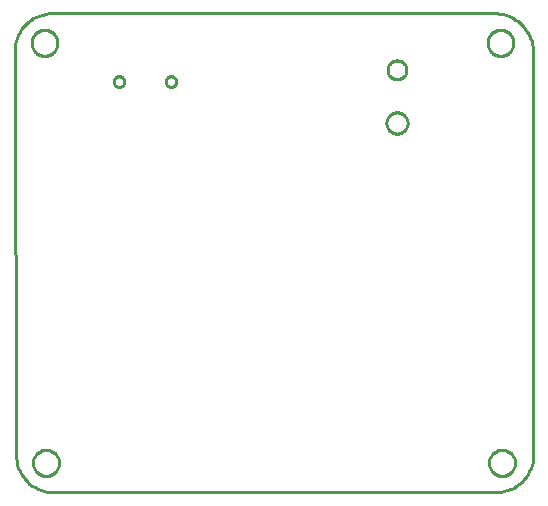
<source format=gbr>
G04 EAGLE Gerber RS-274X export*
G75*
%MOMM*%
%FSLAX34Y34*%
%LPD*%
%IN*%
%IPPOS*%
%AMOC8*
5,1,8,0,0,1.08239X$1,22.5*%
G01*
%ADD10C,0.254000*%


D10*
X-1220Y374270D02*
X50Y32130D01*
X171Y29363D01*
X532Y26617D01*
X1132Y23913D01*
X1965Y21271D01*
X3025Y18712D01*
X4304Y16255D01*
X5792Y13919D01*
X7478Y11722D01*
X9349Y9679D01*
X11392Y7808D01*
X13589Y6122D01*
X15925Y4634D01*
X18382Y3355D01*
X20941Y2295D01*
X23583Y1462D01*
X26287Y862D01*
X29033Y501D01*
X31800Y380D01*
X404980Y380D01*
X407805Y448D01*
X410613Y762D01*
X413383Y1319D01*
X416095Y2116D01*
X418726Y3146D01*
X421258Y4401D01*
X423670Y5873D01*
X425945Y7548D01*
X428066Y9416D01*
X430015Y11462D01*
X431779Y13670D01*
X433344Y16023D01*
X434697Y18503D01*
X435830Y21092D01*
X436732Y23770D01*
X437398Y26516D01*
X437821Y29310D01*
X438000Y32130D01*
X438000Y374270D01*
X437764Y377143D01*
X437278Y379985D01*
X436546Y382773D01*
X435574Y385487D01*
X434370Y388106D01*
X432941Y390610D01*
X431300Y392980D01*
X429458Y395198D01*
X427431Y397247D01*
X425232Y399111D01*
X422879Y400777D01*
X420390Y402231D01*
X417784Y403463D01*
X415080Y404463D01*
X412299Y405224D01*
X409463Y405739D01*
X406593Y406005D01*
X403710Y406020D01*
X30530Y406020D01*
X27763Y405899D01*
X25017Y405538D01*
X22313Y404938D01*
X19671Y404105D01*
X17112Y403045D01*
X14655Y401766D01*
X12319Y400278D01*
X10122Y398592D01*
X8079Y396721D01*
X6208Y394679D01*
X4522Y392481D01*
X3034Y390145D01*
X1755Y387688D01*
X695Y385129D01*
X-138Y382488D01*
X-738Y379783D01*
X-1099Y377037D01*
X-1220Y374270D01*
X36400Y24968D02*
X36332Y24106D01*
X36197Y23252D01*
X35995Y22412D01*
X35728Y21590D01*
X35397Y20791D01*
X35005Y20021D01*
X34553Y19284D01*
X34045Y18585D01*
X33484Y17927D01*
X32873Y17316D01*
X32215Y16755D01*
X31516Y16247D01*
X30779Y15795D01*
X30009Y15403D01*
X29210Y15072D01*
X28388Y14805D01*
X27548Y14603D01*
X26694Y14468D01*
X25832Y14400D01*
X24968Y14400D01*
X24106Y14468D01*
X23252Y14603D01*
X22412Y14805D01*
X21590Y15072D01*
X20791Y15403D01*
X20021Y15795D01*
X19284Y16247D01*
X18585Y16755D01*
X17927Y17316D01*
X17316Y17927D01*
X16755Y18585D01*
X16247Y19284D01*
X15795Y20021D01*
X15403Y20791D01*
X15072Y21590D01*
X14805Y22412D01*
X14603Y23252D01*
X14468Y24106D01*
X14400Y24968D01*
X14400Y25832D01*
X14468Y26694D01*
X14603Y27548D01*
X14805Y28388D01*
X15072Y29210D01*
X15403Y30009D01*
X15795Y30779D01*
X16247Y31516D01*
X16755Y32215D01*
X17316Y32873D01*
X17927Y33484D01*
X18585Y34045D01*
X19284Y34553D01*
X20021Y35005D01*
X20791Y35397D01*
X21590Y35728D01*
X22412Y35995D01*
X23252Y36197D01*
X24106Y36332D01*
X24968Y36400D01*
X25832Y36400D01*
X26694Y36332D01*
X27548Y36197D01*
X28388Y35995D01*
X29210Y35728D01*
X30009Y35397D01*
X30779Y35005D01*
X31516Y34553D01*
X32215Y34045D01*
X32873Y33484D01*
X33484Y32873D01*
X34045Y32215D01*
X34553Y31516D01*
X35005Y30779D01*
X35397Y30009D01*
X35728Y29210D01*
X35995Y28388D01*
X36197Y27548D01*
X36332Y26694D01*
X36400Y25832D01*
X36400Y24968D01*
X422480Y24968D02*
X422412Y24106D01*
X422277Y23252D01*
X422075Y22412D01*
X421808Y21590D01*
X421477Y20791D01*
X421085Y20021D01*
X420633Y19284D01*
X420125Y18585D01*
X419564Y17927D01*
X418953Y17316D01*
X418295Y16755D01*
X417596Y16247D01*
X416859Y15795D01*
X416089Y15403D01*
X415290Y15072D01*
X414468Y14805D01*
X413628Y14603D01*
X412774Y14468D01*
X411912Y14400D01*
X411048Y14400D01*
X410186Y14468D01*
X409332Y14603D01*
X408492Y14805D01*
X407670Y15072D01*
X406871Y15403D01*
X406101Y15795D01*
X405364Y16247D01*
X404665Y16755D01*
X404007Y17316D01*
X403396Y17927D01*
X402835Y18585D01*
X402327Y19284D01*
X401875Y20021D01*
X401483Y20791D01*
X401152Y21590D01*
X400885Y22412D01*
X400683Y23252D01*
X400548Y24106D01*
X400480Y24968D01*
X400480Y25832D01*
X400548Y26694D01*
X400683Y27548D01*
X400885Y28388D01*
X401152Y29210D01*
X401483Y30009D01*
X401875Y30779D01*
X402327Y31516D01*
X402835Y32215D01*
X403396Y32873D01*
X404007Y33484D01*
X404665Y34045D01*
X405364Y34553D01*
X406101Y35005D01*
X406871Y35397D01*
X407670Y35728D01*
X408492Y35995D01*
X409332Y36197D01*
X410186Y36332D01*
X411048Y36400D01*
X411912Y36400D01*
X412774Y36332D01*
X413628Y36197D01*
X414468Y35995D01*
X415290Y35728D01*
X416089Y35397D01*
X416859Y35005D01*
X417596Y34553D01*
X418295Y34045D01*
X418953Y33484D01*
X419564Y32873D01*
X420125Y32215D01*
X420633Y31516D01*
X421085Y30779D01*
X421477Y30009D01*
X421808Y29210D01*
X422075Y28388D01*
X422277Y27548D01*
X422412Y26694D01*
X422480Y25832D01*
X422480Y24968D01*
X35130Y380568D02*
X35062Y379706D01*
X34927Y378852D01*
X34725Y378012D01*
X34458Y377190D01*
X34127Y376391D01*
X33735Y375621D01*
X33283Y374884D01*
X32775Y374185D01*
X32214Y373527D01*
X31603Y372916D01*
X30945Y372355D01*
X30246Y371847D01*
X29509Y371395D01*
X28739Y371003D01*
X27940Y370672D01*
X27118Y370405D01*
X26278Y370203D01*
X25424Y370068D01*
X24562Y370000D01*
X23698Y370000D01*
X22836Y370068D01*
X21982Y370203D01*
X21142Y370405D01*
X20320Y370672D01*
X19521Y371003D01*
X18751Y371395D01*
X18014Y371847D01*
X17315Y372355D01*
X16657Y372916D01*
X16046Y373527D01*
X15485Y374185D01*
X14977Y374884D01*
X14525Y375621D01*
X14133Y376391D01*
X13802Y377190D01*
X13535Y378012D01*
X13333Y378852D01*
X13198Y379706D01*
X13130Y380568D01*
X13130Y381432D01*
X13198Y382294D01*
X13333Y383148D01*
X13535Y383988D01*
X13802Y384810D01*
X14133Y385609D01*
X14525Y386379D01*
X14977Y387116D01*
X15485Y387815D01*
X16046Y388473D01*
X16657Y389084D01*
X17315Y389645D01*
X18014Y390153D01*
X18751Y390605D01*
X19521Y390997D01*
X20320Y391328D01*
X21142Y391595D01*
X21982Y391797D01*
X22836Y391932D01*
X23698Y392000D01*
X24562Y392000D01*
X25424Y391932D01*
X26278Y391797D01*
X27118Y391595D01*
X27940Y391328D01*
X28739Y390997D01*
X29509Y390605D01*
X30246Y390153D01*
X30945Y389645D01*
X31603Y389084D01*
X32214Y388473D01*
X32775Y387815D01*
X33283Y387116D01*
X33735Y386379D01*
X34127Y385609D01*
X34458Y384810D01*
X34725Y383988D01*
X34927Y383148D01*
X35062Y382294D01*
X35130Y381432D01*
X35130Y380568D01*
X421210Y380568D02*
X421142Y379706D01*
X421007Y378852D01*
X420805Y378012D01*
X420538Y377190D01*
X420207Y376391D01*
X419815Y375621D01*
X419363Y374884D01*
X418855Y374185D01*
X418294Y373527D01*
X417683Y372916D01*
X417025Y372355D01*
X416326Y371847D01*
X415589Y371395D01*
X414819Y371003D01*
X414020Y370672D01*
X413198Y370405D01*
X412358Y370203D01*
X411504Y370068D01*
X410642Y370000D01*
X409778Y370000D01*
X408916Y370068D01*
X408062Y370203D01*
X407222Y370405D01*
X406400Y370672D01*
X405601Y371003D01*
X404831Y371395D01*
X404094Y371847D01*
X403395Y372355D01*
X402737Y372916D01*
X402126Y373527D01*
X401565Y374185D01*
X401057Y374884D01*
X400605Y375621D01*
X400213Y376391D01*
X399882Y377190D01*
X399615Y378012D01*
X399413Y378852D01*
X399278Y379706D01*
X399210Y380568D01*
X399210Y381432D01*
X399278Y382294D01*
X399413Y383148D01*
X399615Y383988D01*
X399882Y384810D01*
X400213Y385609D01*
X400605Y386379D01*
X401057Y387116D01*
X401565Y387815D01*
X402126Y388473D01*
X402737Y389084D01*
X403395Y389645D01*
X404094Y390153D01*
X404831Y390605D01*
X405601Y390997D01*
X406400Y391328D01*
X407222Y391595D01*
X408062Y391797D01*
X408916Y391932D01*
X409778Y392000D01*
X410642Y392000D01*
X411504Y391932D01*
X412358Y391797D01*
X413198Y391595D01*
X414020Y391328D01*
X414819Y390997D01*
X415589Y390605D01*
X416326Y390153D01*
X417025Y389645D01*
X417683Y389084D01*
X418294Y388473D01*
X418855Y387815D01*
X419363Y387116D01*
X419815Y386379D01*
X420207Y385609D01*
X420538Y384810D01*
X420805Y383988D01*
X421007Y383148D01*
X421142Y382294D01*
X421210Y381432D01*
X421210Y380568D01*
X126720Y348435D02*
X126797Y349020D01*
X126950Y349590D01*
X127175Y350135D01*
X127470Y350645D01*
X127829Y351113D01*
X128247Y351531D01*
X128715Y351890D01*
X129225Y352185D01*
X129770Y352410D01*
X130340Y352563D01*
X130925Y352640D01*
X131515Y352640D01*
X132100Y352563D01*
X132670Y352410D01*
X133215Y352185D01*
X133725Y351890D01*
X134193Y351531D01*
X134611Y351113D01*
X134970Y350645D01*
X135265Y350135D01*
X135490Y349590D01*
X135643Y349020D01*
X135720Y348435D01*
X135720Y347845D01*
X135643Y347260D01*
X135490Y346690D01*
X135265Y346145D01*
X134970Y345635D01*
X134611Y345167D01*
X134193Y344749D01*
X133725Y344390D01*
X133215Y344095D01*
X132670Y343870D01*
X132100Y343717D01*
X131515Y343640D01*
X130925Y343640D01*
X130340Y343717D01*
X129770Y343870D01*
X129225Y344095D01*
X128715Y344390D01*
X128247Y344749D01*
X127829Y345167D01*
X127470Y345635D01*
X127175Y346145D01*
X126950Y346690D01*
X126797Y347260D01*
X126720Y347845D01*
X126720Y348435D01*
X82720Y348435D02*
X82797Y349020D01*
X82950Y349590D01*
X83175Y350135D01*
X83470Y350645D01*
X83829Y351113D01*
X84247Y351531D01*
X84715Y351890D01*
X85225Y352185D01*
X85770Y352410D01*
X86340Y352563D01*
X86925Y352640D01*
X87515Y352640D01*
X88100Y352563D01*
X88670Y352410D01*
X89215Y352185D01*
X89725Y351890D01*
X90193Y351531D01*
X90611Y351113D01*
X90970Y350645D01*
X91265Y350135D01*
X91490Y349590D01*
X91643Y349020D01*
X91720Y348435D01*
X91720Y347845D01*
X91643Y347260D01*
X91490Y346690D01*
X91265Y346145D01*
X90970Y345635D01*
X90611Y345167D01*
X90193Y344749D01*
X89725Y344390D01*
X89215Y344095D01*
X88670Y343870D01*
X88100Y343717D01*
X87515Y343640D01*
X86925Y343640D01*
X86340Y343717D01*
X85770Y343870D01*
X85225Y344095D01*
X84715Y344390D01*
X84247Y344749D01*
X83829Y345167D01*
X83470Y345635D01*
X83175Y346145D01*
X82950Y346690D01*
X82797Y347260D01*
X82720Y347845D01*
X82720Y348435D01*
X322187Y350140D02*
X321405Y350217D01*
X320634Y350370D01*
X319882Y350599D01*
X319155Y350899D01*
X318462Y351270D01*
X317809Y351707D01*
X317201Y352205D01*
X316645Y352761D01*
X316147Y353369D01*
X315710Y354022D01*
X315339Y354715D01*
X315039Y355442D01*
X314810Y356194D01*
X314657Y356965D01*
X314580Y357747D01*
X314580Y358533D01*
X314657Y359315D01*
X314810Y360086D01*
X315039Y360838D01*
X315339Y361565D01*
X315710Y362258D01*
X316147Y362911D01*
X316645Y363519D01*
X317201Y364075D01*
X317809Y364573D01*
X318462Y365010D01*
X319155Y365381D01*
X319882Y365681D01*
X320634Y365910D01*
X321405Y366063D01*
X322187Y366140D01*
X322973Y366140D01*
X323755Y366063D01*
X324526Y365910D01*
X325278Y365681D01*
X326005Y365381D01*
X326698Y365010D01*
X327351Y364573D01*
X327959Y364075D01*
X328515Y363519D01*
X329013Y362911D01*
X329450Y362258D01*
X329821Y361565D01*
X330121Y360838D01*
X330350Y360086D01*
X330503Y359315D01*
X330580Y358533D01*
X330580Y357747D01*
X330503Y356965D01*
X330350Y356194D01*
X330121Y355442D01*
X329821Y354715D01*
X329450Y354022D01*
X329013Y353369D01*
X328515Y352761D01*
X327959Y352205D01*
X327351Y351707D01*
X326698Y351270D01*
X326005Y350899D01*
X325278Y350599D01*
X324526Y350370D01*
X323755Y350217D01*
X322973Y350140D01*
X322187Y350140D01*
X322187Y304140D02*
X321404Y304209D01*
X320630Y304345D01*
X319871Y304548D01*
X319133Y304817D01*
X318420Y305149D01*
X317740Y305542D01*
X317096Y305993D01*
X316494Y306498D01*
X315938Y307054D01*
X315433Y307656D01*
X314982Y308300D01*
X314589Y308980D01*
X314257Y309693D01*
X313988Y310431D01*
X313785Y311190D01*
X313649Y311964D01*
X313580Y312747D01*
X313580Y313533D01*
X313649Y314316D01*
X313785Y315090D01*
X313988Y315849D01*
X314257Y316587D01*
X314589Y317300D01*
X314982Y317980D01*
X315433Y318624D01*
X315938Y319226D01*
X316494Y319782D01*
X317096Y320287D01*
X317740Y320738D01*
X318420Y321131D01*
X319133Y321463D01*
X319871Y321732D01*
X320630Y321935D01*
X321404Y322072D01*
X322187Y322140D01*
X322973Y322140D01*
X323756Y322072D01*
X324530Y321935D01*
X325289Y321732D01*
X326027Y321463D01*
X326740Y321131D01*
X327420Y320738D01*
X328064Y320287D01*
X328666Y319782D01*
X329222Y319226D01*
X329727Y318624D01*
X330178Y317980D01*
X330571Y317300D01*
X330903Y316587D01*
X331172Y315849D01*
X331375Y315090D01*
X331512Y314316D01*
X331580Y313533D01*
X331580Y312747D01*
X331512Y311964D01*
X331375Y311190D01*
X331172Y310431D01*
X330903Y309693D01*
X330571Y308980D01*
X330178Y308300D01*
X329727Y307656D01*
X329222Y307054D01*
X328666Y306498D01*
X328064Y305993D01*
X327420Y305542D01*
X326740Y305149D01*
X326027Y304817D01*
X325289Y304548D01*
X324530Y304345D01*
X323756Y304209D01*
X322973Y304140D01*
X322187Y304140D01*
M02*

</source>
